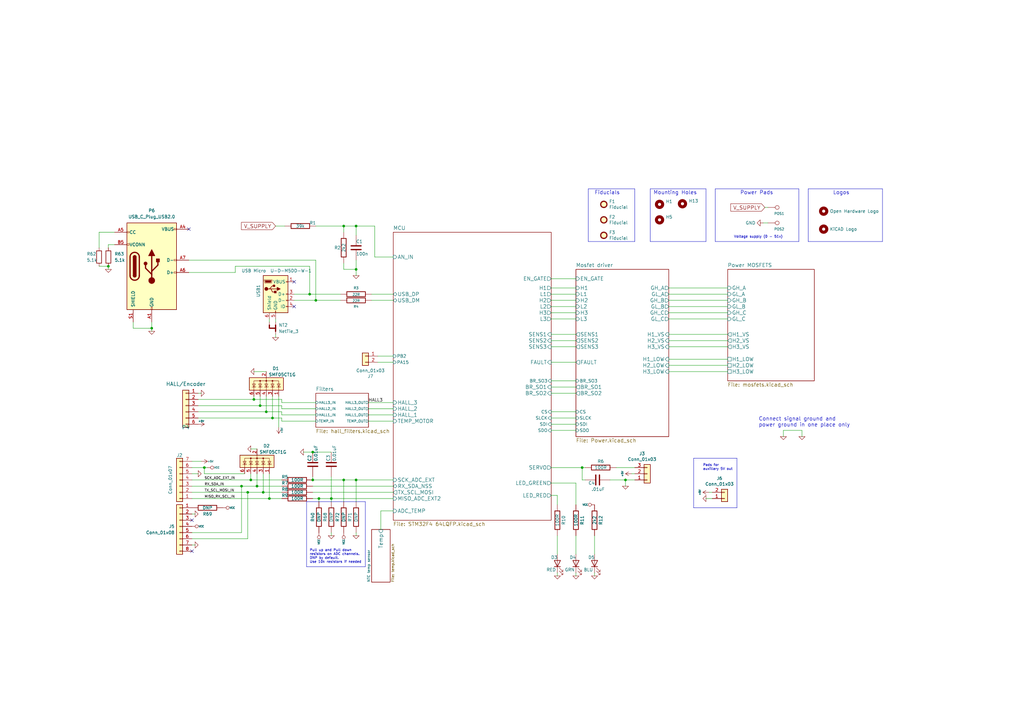
<source format=kicad_sch>
(kicad_sch (version 20230121) (generator eeschema)
  (paper "A3")
  (title_block (title "Cheap FOCer 2") (date "2020-04-08") (rev "0.9") (company "Shaman Systems") (comment 1 "Root") (comment 4 "Top level"))
  (lib_symbols
    (symbol "BLDC_4-rescue:+5V" (power) (pin_names (offset 0))
      (property "Value" "+5V" (at 0 3.556 0))
      (symbol "+5V_1_1"
        (pin power_in line (at 0 0 90) (length 0) hide (name "+5V") (number "1"))
      )
    )
    (symbol "BLDC_4-rescue:C-RESCUE-BLDC_4" (pin_numbers hide) (pin_names (offset 0.254))
      (property "Reference" "C" (at 0 2.54 0))
      (property "Value" "C-RESCUE-BLDC_4" (at 0.1524 -2.159 0))
      (symbol "C-RESCUE-BLDC_4_1_1"
        (pin passive line (at 0 5.08 270) (length 4.318) (name "~") (number "1"))
        (pin passive line (at 0 -5.08 90) (length 4.318) (name "~") (number "2"))
      )
    )
    (symbol "BLDC_4-rescue:CONN_1" (pin_numbers hide) (pin_names (offset 0.762) hide)
      (property "Reference" "P" (at 2.032 0 0))
      (symbol "CONN_1_1_1"
        (pin passive line (at -3.81 0 0) (length 2.54) (name "1") (number "1"))
      )
    )
    (symbol "BLDC_4-rescue:GND-RESCUE-BLDC_4" (power) (pin_names (offset 0))
      (symbol "GND-RESCUE-BLDC_4_1_1"
        (pin power_in line (at 0 0 90) (length 0) hide (name "GND") (number "1"))
      )
    )
    (symbol "BLDC_4-rescue:R-RESCUE-BLDC_4" (pin_numbers hide) (pin_names (offset 0))
      (property "Reference" "R" (at 2.032 0 90))
      (property "Value" "R-RESCUE-BLDC_4" (at 0.1778 0.0254 90))
      (symbol "R-RESCUE-BLDC_4_1_1"
        (pin passive line (at 0 6.35 270) (length 2.54) (name "~") (number "1"))
        (pin passive line (at 0 -6.35 90) (length 2.54) (name "~") (number "2"))
      )
    )
    (symbol "BLDC_4-rescue:VCC" (power) (pin_names (offset 0))
      (property "Value" "VCC" (at 0 3.81 0))
      (symbol "VCC_1_1"
        (pin power_in line (at 0 0 90) (length 0) hide (name "VCC") (number "1"))
      )
    )
    (symbol "Cheap FOCer 2 60mm-rescue:USB_B_Micro-Connector" (pin_names (offset 1.016))
      (property "Reference" "J" (at -5.08 11.43 0))
      (property "Value" "Connector_USB_B_Micro" (at -5.08 8.89 0))
      (symbol "USB_B_Micro-Connector_1_1"
        (pin power_out line (at 7.62 5.08 180) (length 2.54) (name "VBUS") (number "1"))
        (pin passive line (at 7.62 -2.54 180) (length 2.54) (name "D-") (number "2"))
        (pin passive line (at 7.62 0 180) (length 2.54) (name "D+") (number "3"))
        (pin passive line (at 7.62 -5.08 180) (length 2.54) (name "ID") (number "4"))
        (pin power_out line (at 0 -10.16 90) (length 2.54) (name "GND") (number "5"))
        (pin passive line (at -2.54 -10.16 90) (length 2.54) (name "Shield") (number "6"))
      )
    )
    (symbol "Cheap FOCer 2 60mm-rescue:USB_C_Plug_USB2.0" (pin_names (offset 1.016))
      (property "Reference" "P6" (at 0 22.86 0))
      (property "Value" "USB_C_Plug_USB2.0" (at 0 20.32 0))
      (symbol "USB_C_Plug_USB2.0_1_1"
        (pin passive line (at 0 -22.86 90) (length 5.08) (name "GND") (number "A1"))
        (pin passive line (at 0 -22.86 90) (length 5.08) hide (name "GND") (number "A12"))
        (pin passive line (at 15.24 15.24 180) (length 5.08) (name "VBUS") (number "A4"))
        (pin bidirectional line (at -15.24 13.97 0) (length 5.08) (name "CC") (number "A5"))
        (pin bidirectional line (at 15.24 -2.54 180) (length 5.08) (name "D+") (number "A6"))
        (pin bidirectional line (at 15.24 2.54 180) (length 5.08) (name "D-") (number "A7"))
        (pin passive line (at 15.24 15.24 180) (length 5.08) hide (name "VBUS") (number "A9"))
        (pin passive line (at 0 -22.86 90) (length 5.08) hide (name "GND") (number "B1"))
        (pin passive line (at 0 -22.86 90) (length 5.08) hide (name "GND") (number "B12"))
        (pin passive line (at 15.24 15.24 180) (length 5.08) hide (name "VBUS") (number "B4"))
        (pin bidirectional line (at -15.24 8.89 0) (length 5.08) (name "VCONN") (number "B5"))
        (pin passive line (at 15.24 15.24 180) (length 5.08) hide (name "VBUS") (number "B9"))
        (pin passive line (at -7.62 -22.86 90) (length 5.08) (name "SHIELD") (number "S1"))
      )
    )
    (symbol "Connector_Generic:Conn_01x02" (pin_names (offset 1.016) hide)
      (property "Reference" "J" (at 0 2.54 0))
      (property "Value" "Conn_01x02" (at 0 -5.08 0))
      (symbol "Conn_01x02_1_1"
        (pin passive line (at -5.08 0 0) (length 3.81) (name "Pin_1") (number "1"))
        (pin passive line (at -5.08 -2.54 0) (length 3.81) (name "Pin_2") (number "2"))
      )
    )
    (symbol "Connector_Generic:Conn_01x03" (pin_names (offset 1.016) hide)
      (property "Reference" "J" (at 0 5.08 0))
      (property "Value" "Conn_01x03" (at 0 -5.08 0))
      (symbol "Conn_01x03_1_1"
        (pin passive line (at -5.08 2.54 0) (length 3.81) (name "Pin_1") (number "1"))
        (pin passive line (at -5.08 0 0) (length 3.81) (name "Pin_2") (number "2"))
        (pin passive line (at -5.08 -2.54 0) (length 3.81) (name "Pin_3") (number "3"))
      )
    )
    (symbol "Connector_Generic:Conn_01x06" (pin_names (offset 1.016) hide)
      (property "Reference" "J" (at 0 7.62 0))
      (property "Value" "Conn_01x06" (at 0 -10.16 0))
      (symbol "Conn_01x06_1_1"
        (pin passive line (at -5.08 5.08 0) (length 3.81) (name "Pin_1") (number "1"))
        (pin passive line (at -5.08 2.54 0) (length 3.81) (name "Pin_2") (number "2"))
        (pin passive line (at -5.08 0 0) (length 3.81) (name "Pin_3") (number "3"))
        (pin passive line (at -5.08 -2.54 0) (length 3.81) (name "Pin_4") (number "4"))
        (pin passive line (at -5.08 -5.08 0) (length 3.81) (name "Pin_5") (number "5"))
        (pin passive line (at -5.08 -7.62 0) (length 3.81) (name "Pin_6") (number "6"))
      )
    )
    (symbol "Connector_Generic:Conn_01x07" (pin_names (offset 1.016) hide)
      (property "Reference" "J" (at 0 10.16 0))
      (property "Value" "Conn_01x07" (at 0 -10.16 0))
      (symbol "Conn_01x07_1_1"
        (pin passive line (at -5.08 7.62 0) (length 3.81) (name "Pin_1") (number "1"))
        (pin passive line (at -5.08 5.08 0) (length 3.81) (name "Pin_2") (number "2"))
        (pin passive line (at -5.08 2.54 0) (length 3.81) (name "Pin_3") (number "3"))
        (pin passive line (at -5.08 0 0) (length 3.81) (name "Pin_4") (number "4"))
        (pin passive line (at -5.08 -2.54 0) (length 3.81) (name "Pin_5") (number "5"))
        (pin passive line (at -5.08 -5.08 0) (length 3.81) (name "Pin_6") (number "6"))
        (pin passive line (at -5.08 -7.62 0) (length 3.81) (name "Pin_7") (number "7"))
      )
    )
    (symbol "Connector_Generic:Conn_01x08" (pin_names (offset 1.016) hide)
      (property "Reference" "J" (at 0 10.16 0))
      (property "Value" "Conn_01x08" (at 0 -12.7 0))
      (symbol "Conn_01x08_1_1"
        (pin passive line (at -5.08 7.62 0) (length 3.81) (name "Pin_1") (number "1"))
        (pin passive line (at -5.08 5.08 0) (length 3.81) (name "Pin_2") (number "2"))
        (pin passive line (at -5.08 2.54 0) (length 3.81) (name "Pin_3") (number "3"))
        (pin passive line (at -5.08 0 0) (length 3.81) (name "Pin_4") (number "4"))
        (pin passive line (at -5.08 -2.54 0) (length 3.81) (name "Pin_5") (number "5"))
        (pin passive line (at -5.08 -5.08 0) (length 3.81) (name "Pin_6") (number "6"))
        (pin passive line (at -5.08 -7.62 0) (length 3.81) (name "Pin_7") (number "7"))
        (pin passive line (at -5.08 -10.16 0) (length 3.81) (name "Pin_8") (number "8"))
      )
    )
    (symbol "Device:LED" (pin_numbers hide) (pin_names (offset 1.016) hide)
      (property "Reference" "D" (at 0 2.54 0))
      (property "Value" "LED" (at 0 -2.54 0))
      (symbol "LED_1_1"
        (pin passive line (at -3.81 0 0) (length 2.54) (name "K") (number "1"))
        (pin passive line (at 3.81 0 180) (length 2.54) (name "A") (number "2"))
      )
    )
    (symbol "Device:NetTie_3" (pin_numbers hide) (pin_names (offset 0) hide) (in_bom no)
      (property "Reference" "NT" (at 0 1.27 0))
      (property "Value" "NetTie_3" (at 0 -3.81 0))
      (symbol "NetTie_3_1_1"
        (pin passive line (at -2.54 0 0) (length 2.54) (name "1") (number "1"))
        (pin passive line (at 2.54 0 180) (length 2.54) (name "2") (number "2"))
        (pin passive line (at -2.54 -2.54 0) (length 2.54) (name "3") (number "3"))
      )
    )
    (symbol "Device:R" (pin_numbers hide) (pin_names (offset 0))
      (property "Reference" "R" (at 2.032 0 90))
      (property "Value" "R" (at 0 0 90))
      (symbol "R_1_1"
        (pin passive line (at 0 3.81 270) (length 1.27) (name "~") (number "1"))
        (pin passive line (at 0 -3.81 90) (length 1.27) (name "~") (number "2"))
      )
    )
    (symbol "Mechanical:Fiducial"
      (property "Reference" "FID" (at 0 5.08 0))
      (property "Value" "Fiducial" (at 0 3.175 0))
    )
    (symbol "Mechanical:MountingHole" (pin_names (offset 1.016))
      (property "Reference" "H" (at 0 5.08 0))
      (property "Value" "MountingHole" (at 0 3.175 0))
    )
    (symbol "Power_Protection:SP0505BAHT" (pin_names hide)
      (property "Reference" "D" (at 7.62 2.54 0))
      (property "Value" "SP0505BAHT" (at 7.62 0.635 0))
      (symbol "SP0505BAHT_0_0"
        (pin passive line (at 0 -5.08 90) (length 2.54) (name "A") (number "2"))
      )
      (symbol "SP0505BAHT_1_1"
        (pin passive line (at -5.08 5.08 270) (length 2.54) (name "K") (number "1"))
        (pin passive line (at -2.54 5.08 270) (length 2.54) (name "K") (number "3"))
        (pin passive line (at 0 5.08 270) (length 2.54) (name "K") (number "4"))
        (pin passive line (at 2.54 5.08 270) (length 2.54) (name "K") (number "5"))
        (pin passive line (at 5.08 5.08 270) (length 2.54) (name "K") (number "6"))
      )
    )
    (symbol "power:GND" (power) (pin_names (offset 0))
      (property "Value" "GND" (at 0 -3.81 0))
      (symbol "GND_1_1"
        (pin power_in line (at 0 0 270) (length 0) hide (name "GND") (number "1"))
      )
    )
  )
  (junction (at 109.22 168.91))
  (junction (at 128.27 196.85))
  (junction (at 129.54 123.19))
  (junction (at 135.89 204.47))
  (junction (at 146.05 196.85))
  (junction (at 146.05 92.71))
  (junction (at 140.97 196.85))
  (junction (at 256.54 196.85))
  (junction (at 107.95 201.93))
  (junction (at 130.81 204.47))
  (junction (at 111.76 171.45))
  (junction (at 127 120.65))
  (junction (at 102.87 196.85))
  (junction (at 110.49 204.47))
  (junction (at 128.27 185.42))
  (junction (at 140.97 92.71))
  (junction (at 106.68 166.37))
  (junction (at 101.6 201.93))
  (junction (at 238.76 191.77))
  (junction (at 105.41 199.39))
  (junction (at 44.45 109.22))
  (junction (at 83.82 191.77))
  (junction (at 62.23 134.62))
  (junction (at 104.14 163.83))
  (junction (at 146.05 110.49))
  (junction (at 99.06 199.39))
  (no_connect (at 78.74 226.06))
  (no_connect (at 78.74 213.36))
  (no_connect (at 120.65 125.73))
  (no_connect (at 77.47 93.98))
  (no_connect (at 120.65 115.57))
  (wire (pts (xy 151.13 165.1) (xy 161.29 165.1)))
  (wire (pts (xy 226.06 158.75) (xy 236.22 158.75)))
  (wire (pts (xy 256.54 196.85) (xy 256.54 199.39)))
  (wire (pts (xy 78.74 210.82) (xy 80.01 210.82)))
  (wire (pts (xy 226.06 130.81) (xy 236.22 130.81)))
  (wire (pts (xy 238.76 196.85) (xy 240.03 196.85)))
  (wire (pts (xy 256.54 196.85) (xy 260.35 196.85)))
  (wire (pts (xy 140.97 196.85) (xy 146.05 196.85)))
  (wire (pts (xy 130.81 204.47) (xy 135.89 204.47)))
  (wire (pts (xy 236.22 236.22) (xy 236.22 234.95)))
  (wire (pts (xy 128.27 201.93) (xy 161.29 201.93)))
  (wire (pts (xy 321.31 176.53) (xy 321.31 179.07)))
  (wire (pts (xy 274.32 137.16) (xy 298.45 137.16)))
  (wire (pts (xy 153.67 105.41) (xy 161.29 105.41)))
  (wire (pts (xy 135.89 204.47) (xy 161.29 204.47)))
  (wire (pts (xy 54.61 132.08) (xy 54.61 134.62)))
  (wire (pts (xy 152.4 123.19) (xy 161.29 123.19)))
  (wire (pts (xy 236.22 123.19) (xy 226.06 123.19)))
  (polyline (pts (xy 266.7 99.06) (xy 289.56 99.06)))
  (wire (pts (xy 78.74 218.44) (xy 99.06 218.44)))
  (wire (pts (xy 226.06 191.77) (xy 238.76 191.77)))
  (polyline (pts (xy 293.37 77.47) (xy 327.66 77.47)))
  (wire (pts (xy 290.83 201.93) (xy 292.1 201.93)))
  (wire (pts (xy 44.45 100.33) (xy 44.45 101.6)))
  (wire (pts (xy 228.6 219.71) (xy 228.6 227.33)))
  (polyline (pts (xy 241.3 77.47) (xy 260.35 77.47)))
  (polyline (pts (xy 125.73 205.74) (xy 149.86 205.74)))
  (wire (pts (xy 115.57 172.72) (xy 115.57 171.45)))
  (wire (pts (xy 54.61 134.62) (xy 62.23 134.62)))
  (wire (pts (xy 129.54 92.71) (xy 140.97 92.71)))
  (wire (pts (xy 78.74 220.98) (xy 101.6 220.98)))
  (wire (pts (xy 115.57 163.83) (xy 115.57 165.1)))
  (wire (pts (xy 236.22 171.45) (xy 226.06 171.45)))
  (wire (pts (xy 114.3 162.56) (xy 114.3 175.26)))
  (wire (pts (xy 128.27 204.47) (xy 130.81 204.47)))
  (polyline (pts (xy 284.48 208.28) (xy 284.48 187.96)))
  (wire (pts (xy 154.94 146.05) (xy 161.29 146.05)))
  (wire (pts (xy 128.27 185.42) (xy 124.46 185.42)))
  (wire (pts (xy 78.74 204.47) (xy 110.49 204.47)))
  (wire (pts (xy 226.06 176.53) (xy 236.22 176.53)))
  (wire (pts (xy 102.87 196.85) (xy 115.57 196.85)))
  (wire (pts (xy 40.64 95.25) (xy 46.99 95.25)))
  (wire (pts (xy 127 120.65) (xy 139.7 120.65)))
  (wire (pts (xy 128.27 196.85) (xy 140.97 196.85)))
  (wire (pts (xy 110.49 130.81) (xy 110.49 132.08)))
  (wire (pts (xy 298.45 139.7) (xy 274.32 139.7)))
  (wire (pts (xy 115.57 165.1) (xy 129.54 165.1)))
  (wire (pts (xy 226.06 156.21) (xy 236.22 156.21)))
  (wire (pts (xy 77.47 106.68) (xy 129.54 106.68)))
  (polyline (pts (xy 327.66 77.47) (xy 327.66 99.06)))
  (wire (pts (xy 135.89 195.58) (xy 135.89 204.47)))
  (wire (pts (xy 298.45 120.65) (xy 274.32 120.65)))
  (wire (pts (xy 298.45 125.73) (xy 274.32 125.73)))
  (wire (pts (xy 109.22 168.91) (xy 115.57 168.91)))
  (wire (pts (xy 135.89 218.44) (xy 135.89 219.71)))
  (wire (pts (xy 226.06 120.65) (xy 236.22 120.65)))
  (wire (pts (xy 104.14 162.56) (xy 104.14 163.83)))
  (wire (pts (xy 226.06 203.2) (xy 228.6 203.2)))
  (wire (pts (xy 78.74 223.52) (xy 80.01 223.52)))
  (wire (pts (xy 146.05 218.44) (xy 146.05 219.71)))
  (wire (pts (xy 106.68 162.56) (xy 106.68 166.37)))
  (wire (pts (xy 228.6 203.2) (xy 228.6 207.01)))
  (wire (pts (xy 99.06 199.39) (xy 105.41 199.39)))
  (wire (pts (xy 40.64 109.22) (xy 44.45 109.22)))
  (wire (pts (xy 78.74 196.85) (xy 102.87 196.85)))
  (wire (pts (xy 226.06 114.3) (xy 236.22 114.3)))
  (wire (pts (xy 115.57 167.64) (xy 115.57 166.37)))
  (polyline (pts (xy 149.86 232.41) (xy 149.86 205.74)))
  (polyline (pts (xy 125.73 205.74) (xy 125.73 232.41)))
  (wire (pts (xy 96.52 109.22) (xy 127 109.22)))
  (wire (pts (xy 146.05 92.71) (xy 153.67 92.71)))
  (wire (pts (xy 236.22 118.11) (xy 226.06 118.11)))
  (wire (pts (xy 104.14 163.83) (xy 115.57 163.83)))
  (wire (pts (xy 116.84 92.71) (xy 113.03 92.71)))
  (wire (pts (xy 236.22 137.16) (xy 226.06 137.16)))
  (polyline (pts (xy 327.66 99.06) (xy 293.37 99.06)))
  (wire (pts (xy 82.55 189.23) (xy 78.74 189.23)))
  (wire (pts (xy 107.95 194.31) (xy 107.95 201.93)))
  (wire (pts (xy 129.54 123.19) (xy 139.7 123.19)))
  (polyline (pts (xy 266.7 77.47) (xy 289.56 77.47)))
  (wire (pts (xy 85.09 191.77) (xy 83.82 191.77)))
  (wire (pts (xy 274.32 142.24) (xy 298.45 142.24)))
  (wire (pts (xy 83.82 194.31) (xy 83.82 191.77)))
  (wire (pts (xy 109.22 152.4) (xy 104.14 152.4)))
  (wire (pts (xy 140.97 92.71) (xy 140.97 95.25)))
  (wire (pts (xy 321.31 176.53) (xy 328.93 176.53)))
  (wire (pts (xy 236.22 161.29) (xy 226.06 161.29)))
  (wire (pts (xy 77.47 111.76) (xy 96.52 111.76)))
  (wire (pts (xy 105.41 199.39) (xy 115.57 199.39)))
  (wire (pts (xy 236.22 142.24) (xy 226.06 142.24)))
  (wire (pts (xy 226.06 125.73) (xy 236.22 125.73)))
  (polyline (pts (xy 302.26 208.28) (xy 284.48 208.28)))
  (wire (pts (xy 238.76 191.77) (xy 240.03 191.77)))
  (wire (pts (xy 115.57 167.64) (xy 129.54 167.64)))
  (wire (pts (xy 252.73 191.77) (xy 260.35 191.77)))
  (wire (pts (xy 128.27 199.39) (xy 161.29 199.39)))
  (wire (pts (xy 156.21 217.17) (xy 156.21 209.55)))
  (wire (pts (xy 313.69 85.09) (xy 314.96 85.09)))
  (wire (pts (xy 259.08 194.31) (xy 260.35 194.31)))
  (polyline (pts (xy 260.35 99.06) (xy 260.35 77.47)))
  (wire (pts (xy 226.06 168.91) (xy 236.22 168.91)))
  (wire (pts (xy 154.94 148.59) (xy 161.29 148.59)))
  (wire (pts (xy 111.76 162.56) (xy 111.76 171.45)))
  (wire (pts (xy 313.055 91.44) (xy 314.96 91.44)))
  (wire (pts (xy 146.05 196.85) (xy 161.29 196.85)))
  (wire (pts (xy 226.06 139.7) (xy 236.22 139.7)))
  (wire (pts (xy 140.97 110.49) (xy 140.97 107.95)))
  (wire (pts (xy 62.23 132.08) (xy 62.23 134.62)))
  (wire (pts (xy 274.32 149.86) (xy 298.45 149.86)))
  (wire (pts (xy 78.74 199.39) (xy 99.06 199.39)))
  (wire (pts (xy 226.06 148.59) (xy 236.22 148.59)))
  (wire (pts (xy 128.27 196.85) (xy 128.27 195.58)))
  (wire (pts (xy 102.87 184.15) (xy 105.41 184.15)))
  (polyline (pts (xy 302.26 187.96) (xy 302.26 208.28)))
  (wire (pts (xy 274.32 152.4) (xy 298.45 152.4)))
  (wire (pts (xy 113.03 130.81) (xy 113.03 132.08)))
  (wire (pts (xy 129.54 106.68) (xy 129.54 123.19)))
  (polyline (pts (xy 293.37 99.06) (xy 293.37 77.47)))
  (wire (pts (xy 96.52 111.76) (xy 96.52 109.22)))
  (polyline (pts (xy 241.3 99.06) (xy 260.35 99.06)))
  (wire (pts (xy 250.19 196.85) (xy 256.54 196.85)))
  (wire (pts (xy 110.49 194.31) (xy 110.49 204.47)))
  (wire (pts (xy 62.23 134.62) (xy 62.23 135.89)))
  (wire (pts (xy 110.49 204.47) (xy 115.57 204.47)))
  (wire (pts (xy 228.6 234.95) (xy 228.6 236.22)))
  (wire (pts (xy 236.22 198.12) (xy 226.06 198.12)))
  (wire (pts (xy 243.84 234.95) (xy 243.84 236.22)))
  (wire (pts (xy 274.32 128.27) (xy 298.45 128.27)))
  (wire (pts (xy 107.95 201.93) (xy 115.57 201.93)))
  (wire (pts (xy 100.33 194.31) (xy 83.82 194.31)))
  (wire (pts (xy 99.06 218.44) (xy 99.06 199.39)))
  (wire (pts (xy 83.82 191.77) (xy 78.74 191.77)))
  (wire (pts (xy 81.28 166.37) (xy 106.68 166.37)))
  (wire (pts (xy 146.05 92.71) (xy 146.05 96.52)))
  (wire (pts (xy 115.57 168.91) (xy 115.57 170.18)))
  (polyline (pts (xy 331.47 77.47) (xy 331.47 99.06)))
  (wire (pts (xy 236.22 198.12) (xy 236.22 207.01)))
  (wire (pts (xy 120.65 120.65) (xy 127 120.65)))
  (wire (pts (xy 128.27 185.42) (xy 135.89 185.42)))
  (wire (pts (xy 151.13 170.18) (xy 161.29 170.18)))
  (wire (pts (xy 111.76 171.45) (xy 81.28 171.45)))
  (wire (pts (xy 101.6 220.98) (xy 101.6 201.93)))
  (wire (pts (xy 274.32 147.32) (xy 298.45 147.32)))
  (polyline (pts (xy 241.3 99.06) (xy 241.3 77.47)))
  (wire (pts (xy 146.05 106.68) (xy 146.05 110.49)))
  (wire (pts (xy 238.76 191.77) (xy 238.76 196.85)))
  (wire (pts (xy 161.29 172.72) (xy 151.13 172.72)))
  (wire (pts (xy 115.57 166.37) (xy 106.68 166.37)))
  (polyline (pts (xy 266.7 99.06) (xy 266.7 77.47)))
  (wire (pts (xy 274.32 118.11) (xy 298.45 118.11)))
  (wire (pts (xy 115.57 170.18) (xy 129.54 170.18)))
  (wire (pts (xy 81.28 161.29) (xy 82.55 161.29)))
  (wire (pts (xy 226.06 173.99) (xy 236.22 173.99)))
  (wire (pts (xy 40.64 95.25) (xy 40.64 101.6)))
  (wire (pts (xy 236.22 219.71) (xy 236.22 227.33)))
  (wire (pts (xy 328.93 176.53) (xy 328.93 179.07)))
  (wire (pts (xy 78.74 201.93) (xy 101.6 201.93)))
  (wire (pts (xy 146.05 110.49) (xy 146.05 113.03)))
  (wire (pts (xy 78.74 194.31) (xy 81.28 194.31)))
  (wire (pts (xy 140.97 205.74) (xy 140.97 196.85)))
  (wire (pts (xy 101.6 201.93) (xy 107.95 201.93)))
  (wire (pts (xy 292.1 204.47) (xy 289.56 204.47)))
  (wire (pts (xy 115.57 171.45) (xy 111.76 171.45)))
  (polyline (pts (xy 125.73 232.41) (xy 149.86 232.41)))
  (wire (pts (xy 46.99 100.33) (xy 44.45 100.33)))
  (wire (pts (xy 152.4 120.65) (xy 161.29 120.65)))
  (wire (pts (xy 146.05 205.74) (xy 146.05 196.85)))
  (wire (pts (xy 102.87 194.31) (xy 102.87 196.85)))
  (wire (pts (xy 274.32 123.19) (xy 298.45 123.19)))
  (wire (pts (xy 156.21 209.55) (xy 161.29 209.55)))
  (wire (pts (xy 115.57 172.72) (xy 129.54 172.72)))
  (polyline (pts (xy 284.48 187.96) (xy 302.26 187.96)))
  (wire (pts (xy 153.67 92.71) (xy 153.67 105.41)))
  (polyline (pts (xy 361.95 99.06) (xy 331.47 99.06)))
  (wire (pts (xy 151.13 167.64) (xy 161.29 167.64)))
  (wire (pts (xy 130.81 205.74) (xy 130.81 204.47)))
  (wire (pts (xy 127 109.22) (xy 127 120.65)))
  (wire (pts (xy 135.89 205.74) (xy 135.89 204.47)))
  (wire (pts (xy 81.28 163.83) (xy 104.14 163.83)))
  (wire (pts (xy 236.22 128.27) (xy 226.06 128.27)))
  (wire (pts (xy 140.97 110.49) (xy 146.05 110.49)))
  (wire (pts (xy 81.28 168.91) (xy 109.22 168.91)))
  (polyline (pts (xy 361.95 77.47) (xy 361.95 99.06)))
  (wire (pts (xy 243.84 219.71) (xy 243.84 227.33)))
  (wire (pts (xy 298.45 130.81) (xy 274.32 130.81)))
  (wire (pts (xy 105.41 194.31) (xy 105.41 199.39)))
  (wire (pts (xy 120.65 123.19) (xy 129.54 123.19)))
  (wire (pts (xy 109.22 162.56) (xy 109.22 168.91)))
  (polyline (pts (xy 289.56 99.06) (xy 289.56 77.47)))
  (polyline (pts (xy 331.47 77.47) (xy 361.95 77.47)))
  (wire (pts (xy 140.97 92.71) (xy 146.05 92.71)))
  (wire (pts (xy 113.03 137.16) (xy 113.03 138.43)))
  (wire (pts (xy 44.45 109.22) (xy 44.45 110.49)))
  (text "Power Pads" (at 303.53 80.01 0) (effects (font (size 1.524 1.524)) (justify left bottom)))
  (text "Fiducials" (at 243.84 80.01 0) (effects (font (size 1.524 1.524)) (justify left bottom)))
  (text "Logos" (at 341.63 80.01 0) (effects (font (size 1.524 1.524)) (justify left bottom)))
  (text "Mounting Holes" (at 267.97 80.01 0) (effects (font (size 1.524 1.524)) (justify left bottom)))
  (text "Connect signal ground and\npower ground in one place only" (at 311.15 175.26 0) (effects (font (size 1.524 1.524)) (justify left bottom)))
  (text "Voltage supply (0 - 51v)" (at 300.99 97.79 0) (effects (font (size 1.016 1.016)) (justify left bottom)))
  (text "Pads for \nauxillary 5V out" (at 288.29 193.04 0) (effects (font (size 0.9906 0.9906)) (justify left bottom)))
  (text "Pull up and Pull down \nresistors on ADC channels. \nDNP by default.\nUse 10k resistors if needed" (at 127 231.14 0) (effects (font (size 0.9906 0.9906)) (justify left bottom)))
  (label "RX_SDA_IN" (at 83.82 199.39 0) (effects (font (size 1.016 1.016))))
  (label "TX_SCL_MOSI_IN" (at 83.82 201.93 0) (effects (font (size 1.016 1.016))))
  (label "HALL3" (at 151.13 165.1 0))
  (label "MISO_RX_SCL_IN" (at 83.82 204.47 0) (effects (font (size 1.016 1.016))))
  (label "SCK_ADC_EXT_IN" (at 83.82 196.85 0) (effects (font (size 1.016 1.016))))
  (global_label "V_SUPPLY" (shape input) (at 113.03 92.71 180) (effects (font (size 1.524 1.524))) (property "Intersheetrefs" "${INTERSHEET_REFS}" (effects hide)))
  (global_label "V_SUPPLY" (shape input) (at 313.69 85.09 180) (effects (font (size 1.524 1.524))) (property "Intersheetrefs" "${INTERSHEET_REFS}" (effects hide)))
  (symbol (lib_id "Connector_Generic:Conn_01x06") (at 76.2 166.37 0) (mirror y) (unit 1)
    (property "Reference" "P4" (at 76.2 175.26 0) (effects (font (size 1.524 1.524))))
    (property "Value" "HALL/Encoder" (at 76.2 157.48 0) (effects (font (size 1.524 1.524))))
    (property "Footprint" "Connector_JST:JST_PH_B6B-PH-K_1x06_P2.00mm_Vertical" (effects hide))
  )
  (symbol (lib_id "BLDC_4-rescue:+5V") (at 81.28 173.99 270) (unit 1)
    (property "Reference" "#PWR06" (effects hide))
    (property "Value" "+5V" (at 82.55 172.72 90) (effects (font (size 0.762 0.762))))
  )
  (symbol (lib_id "BLDC_4-rescue:GND-RESCUE-BLDC_4") (at 82.55 161.29 90) (unit 1)
    (property "Reference" "#PWR05" (effects hide))
    (property "Value" "GND" (effects hide))
  )
  (symbol (lib_id "BLDC_4-rescue:C-RESCUE-BLDC_4") (at 245.11 196.85 270) (unit 1)
    (property "Reference" "C4" (at 241.3 198.12 90) (effects (justify left)))
    (property "Value" ".01uF" (at 242.57 200.66 90) (effects (justify left)))
    (property "Footprint" "Capacitor_SMD:C_0603_1608Metric" (effects hide))
  )
  (symbol (lib_id "BLDC_4-rescue:R-RESCUE-BLDC_4") (at 246.38 191.77 90) (unit 1)
    (property "Reference" "R6" (at 246.38 189.23 90))
    (property "Value" "100R" (at 246.38 191.77 90))
    (property "Footprint" "Resistor_SMD:R_0603_1608Metric" (effects hide))
  )
  (symbol (lib_id "BLDC_4-rescue:C-RESCUE-BLDC_4") (at 146.05 101.6 0) (mirror x) (unit 1)
    (property "Reference" "C1" (at 146.05 99.06 0) (effects (justify left)))
    (property "Value" "100n" (at 146.05 104.14 0) (effects (justify left)))
    (property "Footprint" "Capacitor_SMD:C_0603_1608Metric" (effects hide))
  )
  (symbol (lib_id "BLDC_4-rescue:GND-RESCUE-BLDC_4") (at 256.54 199.39 0) (unit 1)
    (property "Reference" "#PWR016" (effects hide))
    (property "Value" "GND" (effects hide))
  )
  (symbol (lib_id "BLDC_4-rescue:GND-RESCUE-BLDC_4") (at 146.05 113.03 0) (mirror y) (unit 1)
    (property "Reference" "#PWR02" (effects hide))
    (property "Value" "GND" (effects hide))
  )
  (symbol (lib_id "BLDC_4-rescue:R-RESCUE-BLDC_4") (at 140.97 101.6 0) (mirror x) (unit 1)
    (property "Reference" "R2" (at 138.43 101.6 0))
    (property "Value" "2k2" (at 140.97 101.6 90))
    (property "Footprint" "Resistor_SMD:R_0603_1608Metric" (effects hide))
  )
  (symbol (lib_id "BLDC_4-rescue:R-RESCUE-BLDC_4") (at 123.19 92.71 90) (mirror x) (unit 1)
    (property "Reference" "R1" (at 128.27 91.44 90))
    (property "Value" "39k" (at 123.19 92.71 90))
    (property "Footprint" "Resistor_SMD:R_0603_1608Metric" (effects hide))
  )
  (symbol (lib_id "BLDC_4-rescue:GND-RESCUE-BLDC_4") (at 81.28 194.31 90) (mirror x) (unit 1)
    (property "Reference" "#PWR014" (effects hide))
    (property "Value" "GND" (effects hide))
  )
  (symbol (lib_id "Cheap FOCer 2 60mm-rescue:USB_B_Micro-Connector") (at 113.03 120.65 0) (unit 1)
    (property "Reference" "USB1" (at 106.68 121.92 90) (effects (justify left bottom)))
    (property "Value" "USB Micro  U-D-M5DD-W-1" (at 99.06 111.76 0) (effects (justify left bottom)))
    (property "Footprint" "Connector_USB:USB_Micro-B_Wuerth_614105150721_Vertical" (effects hide))
  )
  (symbol (lib_id "BLDC_4-rescue:+5V") (at 82.55 189.23 270) (unit 1)
    (property "Reference" "#PWR012" (effects hide))
    (property "Value" "+5V" (at 86.36 189.23 90) (effects (font (size 0.762 0.762))))
  )
  (symbol (lib_id "BLDC_4-rescue:VCC") (at 85.09 191.77 270) (unit 1)
    (property "Reference" "#PWR013" (effects hide))
    (property "Value" "VCC" (at 88.9 191.77 90) (effects (font (size 0.762 0.762))))
  )
  (symbol (lib_id "BLDC_4-rescue:+5V") (at 259.08 194.31 90) (mirror x) (unit 1)
    (property "Reference" "#PWR015" (effects hide))
    (property "Value" "+5V" (at 255.27 194.31 0) (effects (font (size 0.762 0.762))))
  )
  (symbol (lib_id "BLDC_4-rescue:GND-RESCUE-BLDC_4") (at 321.31 179.07 0) (unit 1)
    (property "Reference" "#PWR09" (effects hide))
    (property "Value" "GND" (effects hide))
  )
  (symbol (lib_id "BLDC_4-rescue:R-RESCUE-BLDC_4") (at 228.6 213.36 180) (unit 1)
    (property "Reference" "R10" (at 231.14 213.36 90))
    (property "Value" "100R" (at 228.6 213.36 90))
    (property "Footprint" "Resistor_SMD:R_0603_1608Metric" (effects hide))
  )
  (symbol (lib_id "Device:LED") (at 228.6 231.14 90) (unit 1)
    (property "Reference" "D3" (at 227.33 228.6 90))
    (property "Value" "RED" (at 226.06 233.68 90))
    (property "Footprint" "LED_SMD:LED_0603_1608Metric" (effects hide))
  )
  (symbol (lib_id "BLDC_4-rescue:GND-RESCUE-BLDC_4") (at 228.6 236.22 0) (unit 1)
    (property "Reference" "#PWR018" (effects hide))
    (property "Value" "GND" (effects hide))
  )
  (symbol (lib_id "BLDC_4-rescue:R-RESCUE-BLDC_4") (at 236.22 213.36 180) (unit 1)
    (property "Reference" "R11" (at 238.76 213.36 90))
    (property "Value" "100R" (at 236.22 213.36 90))
    (property "Footprint" "Resistor_SMD:R_0603_1608Metric" (effects hide))
  )
  (symbol (lib_id "Device:LED") (at 236.22 231.14 90) (unit 1)
    (property "Reference" "D4" (at 234.95 228.6 90))
    (property "Value" "GRN" (at 233.68 233.68 90))
    (property "Footprint" "LED_SMD:LED_0603_1608Metric" (effects hide))
  )
  (symbol (lib_id "BLDC_4-rescue:GND-RESCUE-BLDC_4") (at 236.22 236.22 0) (unit 1)
    (property "Reference" "#PWR019" (effects hide))
    (property "Value" "GND-RESCUE-BLDC_4" (effects hide))
    (property "Footprint" "LED_SMD:LED_0603_1608Metric" (effects hide))
  )
  (symbol (lib_id "Device:LED") (at 243.84 231.14 90) (unit 1)
    (property "Reference" "D5" (at 242.57 228.6 90))
    (property "Value" "BLU" (at 241.3 233.68 90))
    (property "Footprint" "LED_SMD:LED_0603_1608Metric" (effects hide))
  )
  (symbol (lib_id "BLDC_4-rescue:R-RESCUE-BLDC_4") (at 243.84 213.36 180) (unit 1)
    (property "Reference" "R12" (at 246.38 213.36 90))
    (property "Value" "2k2" (at 243.84 213.36 90))
    (property "Footprint" "Resistor_SMD:R_0603_1608Metric" (effects hide))
  )
  (symbol (lib_id "BLDC_4-rescue:GND-RESCUE-BLDC_4") (at 243.84 236.22 0) (unit 1)
    (property "Reference" "#PWR020" (effects hide))
    (property "Value" "GND" (effects hide))
  )
  (symbol (lib_id "BLDC_4-rescue:VCC") (at 243.84 207.01 90) (unit 1)
    (property "Reference" "#PWR017" (effects hide))
    (property "Value" "VCC" (at 240.03 207.01 90) (effects (font (size 0.762 0.762))))
  )
  (symbol (lib_id "BLDC_4-rescue:R-RESCUE-BLDC_4") (at 146.05 123.19 270) (unit 1)
    (property "Reference" "R4" (at 146.05 125.73 90) (effects (font (size 1.016 1.016))))
    (property "Value" "22R" (at 146.0754 123.3678 90) (effects (font (size 1.016 1.016))))
    (property "Footprint" "Resistor_SMD:R_0603_1608Metric" (effects hide))
  )
  (symbol (lib_id "BLDC_4-rescue:R-RESCUE-BLDC_4") (at 146.05 120.65 270) (unit 1)
    (property "Reference" "R3" (at 146.05 118.11 90) (effects (font (size 1.016 1.016))))
    (property "Value" "22R" (at 146.0754 120.8278 90) (effects (font (size 1.016 1.016))))
    (property "Footprint" "Resistor_SMD:R_0603_1608Metric" (effects hide))
  )
  (symbol (lib_id "BLDC_4-rescue:GND-RESCUE-BLDC_4") (at 328.93 179.07 0) (unit 1)
    (property "Reference" "#PWR010" (effects hide))
    (property "Value" "GND" (effects hide))
  )
  (symbol (lib_id "BLDC_4-rescue:CONN_1") (at 318.77 85.09 0) (unit 1)
    (property "Reference" "POS1" (at 317.5 87.63 0) (effects (font (size 1.016 1.016)) (justify left)))
    (property "Value" "POS" (effects hide))
    (property "Footprint" "Additions:MountingPad" (effects hide))
  )
  (symbol (lib_id "Power_Protection:SP0505BAHT") (at 105.41 189.23 180) (unit 1)
    (property "Reference" "D2" (at 107.95 182.88 0) (effects (justify right)))
    (property "Value" " SMF05CT1G" (at 105.41 185.42 0) (effects (justify right)))
    (property "Footprint" "Package_TO_SOT_SMD:SOT-363_SC-70-6" (effects hide))
    (property "Datasheet" "http://www.littelfuse.com/~/media/files/littelfuse/technical%20resources/documents/data%20sheets/sp05xxba.pdf" (effects hide))
  )
  (symbol (lib_id "BLDC_4-rescue:GND-RESCUE-BLDC_4") (at 102.87 184.15 270) (unit 1)
    (property "Reference" "#PWR08" (effects hide))
    (property "Value" "GND" (effects hide))
  )
  (symbol (lib_id "BLDC_4-rescue:R-RESCUE-BLDC_4") (at 121.92 196.85 270) (unit 1)
    (property "Reference" "R5" (at 116.84 195.58 90))
    (property "Value" "100R" (at 121.92 196.85 90))
    (property "Footprint" "Resistor_SMD:R_0603_1608Metric" (effects hide))
  )
  (symbol (lib_id "BLDC_4-rescue:R-RESCUE-BLDC_4") (at 121.92 199.39 270) (unit 1)
    (property "Reference" "R7" (at 116.84 198.12 90))
    (property "Value" "100R" (at 121.92 199.39 90))
    (property "Footprint" "Resistor_SMD:R_0603_1608Metric" (effects hide))
  )
  (symbol (lib_id "BLDC_4-rescue:R-RESCUE-BLDC_4") (at 121.92 201.93 270) (unit 1)
    (property "Reference" "R8" (at 116.84 200.66 90))
    (property "Value" "100R" (at 121.92 201.93 90))
    (property "Footprint" "Resistor_SMD:R_0603_1608Metric" (effects hide))
  )
  (symbol (lib_id "BLDC_4-rescue:R-RESCUE-BLDC_4") (at 121.92 204.47 270) (unit 1)
    (property "Reference" "R9" (at 116.84 203.2 90))
    (property "Value" "100R" (at 121.92 204.47 90))
    (property "Footprint" "Resistor_SMD:R_0603_1608Metric" (effects hide))
  )
  (symbol (lib_id "BLDC_4-rescue:C-RESCUE-BLDC_4") (at 128.27 190.5 0) (unit 1)
    (property "Reference" "C2" (at 127 189.23 90) (effects (justify left)))
    (property "Value" "0.01uF" (at 129.54 189.23 90) (effects (justify left)))
    (property "Footprint" "Capacitor_SMD:C_0603_1608Metric" (effects hide))
  )
  (symbol (lib_id "BLDC_4-rescue:C-RESCUE-BLDC_4") (at 135.89 190.5 0) (unit 1)
    (property "Reference" "C3" (at 134.62 189.23 90) (effects (justify left)))
    (property "Value" "0.01uF" (at 137.16 189.23 90) (effects (justify left)))
    (property "Footprint" "Capacitor_SMD:C_0603_1608Metric" (effects hide))
  )
  (symbol (lib_id "Power_Protection:SP0505BAHT") (at 109.22 157.48 180) (unit 1)
    (property "Reference" "D1" (at 111.76 151.13 0) (effects (justify right)))
    (property "Value" " SMF05CT1G" (at 109.22 153.67 0) (effects (justify right)))
    (property "Footprint" "Package_TO_SOT_SMD:SOT-363_SC-70-6" (effects hide))
    (property "Datasheet" "http://www.littelfuse.com/~/media/files/littelfuse/technical%20resources/documents/data%20sheets/sp05xxba.pdf" (effects hide))
  )
  (symbol (lib_id "BLDC_4-rescue:GND-RESCUE-BLDC_4") (at 104.14 152.4 270) (unit 1)
    (property "Reference" "#PWR04" (effects hide))
    (property "Value" "GND" (effects hide))
  )
  (symbol (lib_id "BLDC_4-rescue:GND-RESCUE-BLDC_4") (at 124.46 185.42 270) (unit 1)
    (property "Reference" "#PWR011" (effects hide))
    (property "Value" "GND" (effects hide))
  )
  (symbol (lib_id "BLDC_4-rescue:+5V") (at 114.3 175.26 180) (unit 1)
    (property "Reference" "#PWR07" (effects hide))
    (property "Value" "+5V" (at 115.57 176.53 90) (effects (font (size 0.762 0.762))))
  )
  (symbol (lib_id "Mechanical:Fiducial") (at 247.65 83.82 0) (unit 1)
    (property "Reference" "F1" (at 249.809 82.6516 0) (effects (justify left)))
    (property "Value" "Fiducial" (at 249.809 84.963 0) (effects (justify left)))
    (property "Footprint" "Fiducial:Fiducial_1mm_Dia_2mm_Outer" (effects hide))
  )
  (symbol (lib_id "Mechanical:Fiducial") (at 247.65 90.17 0) (unit 1)
    (property "Reference" "F2" (at 249.809 89.0016 0) (effects (justify left)))
    (property "Value" "Fiducial" (at 249.809 91.313 0) (effects (justify left)))
    (property "Footprint" "Fiducial:Fiducial_1mm_Dia_2mm_Outer" (effects hide))
  )
  (symbol (lib_id "Mechanical:Fiducial") (at 247.65 96.52 0) (unit 1)
    (property "Reference" "F3" (at 249.809 95.3516 0) (effects (justify left)))
    (property "Value" "Fiducial" (at 249.809 97.663 0) (effects (justify left)))
    (property "Footprint" "Fiducial:Fiducial_1mm_Dia_2mm_Outer" (effects hide))
  )
  (symbol (lib_id "Connector_Generic:Conn_01x03") (at 265.43 194.31 0) (mirror x) (unit 1)
    (property "Reference" "J3" (at 263.3472 186.055 0))
    (property "Value" "Conn_01x03" (at 263.3472 188.3664 0))
    (property "Footprint" "Connector_JST:JST_PH_B3B-PH-K_1x03_P2.00mm_Vertical" (effects hide))
  )
  (symbol (lib_id "Connector_Generic:Conn_01x07") (at 73.66 196.85 180) (unit 1)
    (property "Reference" "J2" (at 73.66 186.69 0))
    (property "Value" "Conn_01x07" (at 69.85 196.85 90))
    (property "Footprint" "Connector_JST:JST_PH_B7B-PH-K_1x07_P2.00mm_Vertical" (effects hide))
  )
  (symbol (lib_id "Mechanical:MountingHole") (at 270.51 83.82 0) (unit 1)
    (property "Reference" "H1" (at 273.05 82.6516 0) (effects (justify left)))
    (property "Value" "MountingHole" (effects hide))
    (property "Footprint" "MountingHole:MountingHole_3.2mm_M3_ISO14580" (effects hide))
  )
  (symbol (lib_id "Mechanical:MountingHole") (at 270.51 90.17 0) (unit 1)
    (property "Reference" "H5" (at 273.05 89.0016 0) (effects (justify left)))
    (property "Value" "MountingHole" (effects hide))
    (property "Footprint" "MountingHole:MountingHole_3.2mm_M3_ISO14580" (effects hide))
  )
  (symbol (lib_id "BLDC_4-rescue:GND-RESCUE-BLDC_4") (at 113.03 138.43 0) (unit 1)
    (property "Reference" "#PWR03" (effects hide))
    (property "Value" "GND" (effects hide))
  )
  (symbol (lib_id "Connector_Generic:Conn_01x02") (at 297.18 204.47 0) (mirror x) (unit 1)
    (property "Reference" "J6" (at 295.0972 196.215 0))
    (property "Value" "Conn_01x03" (at 295.0972 198.5264 0))
    (property "Footprint" "Connector_PinHeader_2.54mm:PinHeader_1x02_P2.54mm_Vertical" (effects hide))
  )
  (symbol (lib_id "BLDC_4-rescue:+5V") (at 290.83 201.93 90) (mirror x) (unit 1)
    (property "Reference" "#PWR087" (effects hide))
    (property "Value" "+5V" (at 287.02 201.93 0) (effects (font (size 0.762 0.762))))
  )
  (symbol (lib_id "BLDC_4-rescue:GND-RESCUE-BLDC_4") (at 289.56 204.47 270) (unit 1)
    (property "Reference" "#PWR086" (effects hide))
    (property "Value" "GND" (effects hide))
  )
  (symbol (lib_id "BLDC_4-rescue:R-RESCUE-BLDC_4") (at 140.97 212.09 180) (unit 1)
    (property "Reference" "R72" (at 138.43 212.09 90))
    (property "Value" "DNP" (at 140.97 212.09 90))
    (property "Footprint" "Resistor_SMD:R_0603_1608Metric" (effects hide))
  )
  (symbol (lib_id "BLDC_4-rescue:R-RESCUE-BLDC_4") (at 146.05 212.09 180) (unit 1)
    (property "Reference" "R71" (at 143.51 212.09 90))
    (property "Value" "DNP" (at 146.05 212.09 90))
    (property "Footprint" "Resistor_SMD:R_0603_1608Metric" (effects hide))
  )
  (symbol (lib_id "BLDC_4-rescue:VCC") (at 140.97 218.44 180) (unit 1)
    (property "Reference" "#PWR0103" (effects hide))
    (property "Value" "VCC" (at 140.97 222.25 90) (effects (font (size 0.762 0.762))))
  )
  (symbol (lib_id "BLDC_4-rescue:GND-RESCUE-BLDC_4") (at 146.05 219.71 0) (unit 1)
    (property "Reference" "#PWR0104" (effects hide))
    (property "Value" "GND" (effects hide))
  )
  (symbol (lib_id "BLDC_4-rescue:R-RESCUE-BLDC_4") (at 130.81 212.09 180) (unit 1)
    (property "Reference" "R40" (at 128.27 212.09 90))
    (property "Value" "DNP" (at 130.81 212.09 90))
    (property "Footprint" "Resistor_SMD:R_0603_1608Metric" (effects hide))
  )
  (symbol (lib_id "BLDC_4-rescue:R-RESCUE-BLDC_4") (at 135.89 212.09 180) (unit 1)
    (property "Reference" "R68" (at 133.35 212.09 90))
    (property "Value" "DNP" (at 135.89 212.09 90))
    (property "Footprint" "Resistor_SMD:R_0603_1608Metric" (effects hide))
  )
  (symbol (lib_id "BLDC_4-rescue:VCC") (at 130.81 218.44 180) (unit 1)
    (property "Reference" "#PWR0107" (effects hide))
    (property "Value" "VCC" (at 130.81 222.25 90) (effects (font (size 0.762 0.762))))
  )
  (symbol (lib_id "BLDC_4-rescue:GND-RESCUE-BLDC_4") (at 135.89 219.71 0) (unit 1)
    (property "Reference" "#PWR0112" (effects hide))
    (property "Value" "GND" (effects hide))
  )
  (symbol (lib_id "Mechanical:MountingHole") (at 279.908 83.566 0) (unit 1)
    (property "Reference" "H13" (at 282.448 82.3976 0) (effects (justify left)))
    (property "Value" "MountingHole" (effects hide))
    (property "Footprint" "MountingHole:MountingHole_3.2mm_M3_ISO14580" (effects hide))
  )
  (symbol (lib_id "Mechanical:MountingHole") (at 337.82 86.614 0) (unit 1)
    (property "Reference" "H4" (effects hide))
    (property "Value" "Open Hardware Logo" (at 340.36 86.614 0) (effects (justify left)))
    (property "Footprint" "Symbol:OSHW-Logo2_9.8x8mm_SilkScreen" (effects hide))
  )
  (symbol (lib_id "Mechanical:MountingHole") (at 337.82 93.98 0) (unit 1)
    (property "Reference" "H9" (effects hide))
    (property "Value" "KiCAD Logo" (at 340.36 93.98 0) (effects (justify left)))
    (property "Footprint" "Symbol:KiCad-Logo2_5mm_SilkScreen" (effects hide))
  )
  (symbol (lib_id "Connector_Generic:Conn_01x02") (at 149.86 146.05 0) (mirror y) (unit 1)
    (property "Reference" "J7" (at 151.9428 154.305 0))
    (property "Value" "Conn_01x03" (at 151.9428 151.9936 0))
    (property "Footprint" "Connector_PinHeader_2.54mm:PinHeader_1x02_P2.54mm_Vertical" (effects hide))
  )
  (symbol (lib_id "Device:NetTie_3") (at 113.03 134.62 270) (unit 1) (in_bom no)
    (property "Reference" "NT2" (at 114.3 133.35 90) (effects (justify left)))
    (property "Value" "NetTie_3" (at 114.3 135.89 90) (effects (justify left)))
    (property "Footprint" "NetTie:NetTie-3_SMD_Pad0.5mm" (effects hide))
  )
  (symbol (lib_id "power:GND") (at 313.055 91.44 270) (unit 1)
    (property "Reference" "#PWR01" (effects hide))
    (property "Value" "GND" (at 309.88 91.44 90) (effects (justify right)))
  )
  (symbol (lib_id "BLDC_4-rescue:VCC") (at 91.44 208.28 270) (unit 1)
    (property "Reference" "#PWR064" (effects hide))
    (property "Value" "VCC" (at 95.25 208.28 90) (effects (font (size 0.762 0.762))))
  )
  (symbol (lib_id "BLDC_4-rescue:GND-RESCUE-BLDC_4") (at 80.01 210.82 90) (mirror x) (unit 1)
    (property "Reference" "#PWR065" (effects hide))
    (property "Value" "GND" (effects hide))
  )
  (symbol (lib_id "BLDC_4-rescue:R-RESCUE-BLDC_4") (at 85.09 208.28 270) (unit 1)
    (property "Reference" "R69" (at 85.09 210.82 90))
    (property "Value" "DNP" (at 85.09 208.28 90))
    (property "Footprint" "Resistor_SMD:R_0603_1608Metric" (effects hide))
  )
  (symbol (lib_id "BLDC_4-rescue:GND-RESCUE-BLDC_4") (at 62.23 135.89 0) (unit 1)
    (property "Reference" "#PWR043" (effects hide))
    (property "Value" "GND" (effects hide))
  )
  (symbol (lib_id "Device:R") (at 44.45 105.41 0) (unit 1)
    (property "Reference" "R63" (at 46.99 104.14 0) (effects (justify left)))
    (property "Value" "5.1k" (at 46.99 106.68 0) (effects (justify left)))
    (property "Footprint" "Resistor_SMD:R_0603_1608Metric" (effects hide))
  )
  (symbol (lib_id "BLDC_4-rescue:GND-RESCUE-BLDC_4") (at 44.45 110.49 0) (unit 1)
    (property "Reference" "#PWR054" (effects hide))
    (property "Value" "GND" (effects hide))
  )
  (symbol (lib_id "BLDC_4-rescue:GND-RESCUE-BLDC_4") (at 80.01 223.52 90) (mirror x) (unit 1)
    (property "Reference" "#PWR067" (effects hide))
    (property "Value" "GND" (effects hide))
  )
  (symbol (lib_id "BLDC_4-rescue:VCC") (at 78.74 215.9 270) (unit 1)
    (property "Reference" "#PWR066" (effects hide))
    (property "Value" "VCC" (at 82.55 215.9 90) (effects (font (size 0.762 0.762))))
  )
  (symbol (lib_id "Connector_Generic:Conn_01x08") (at 73.66 215.9 0) (mirror y) (unit 1)
    (property "Reference" "J5" (at 71.628 215.9 0) (effects (justify left)))
    (property "Value" "Conn_01x08" (at 71.628 218.44 0) (effects (justify left)))
    (property "Footprint" "Connector_PinSocket_2.54mm:PinSocket_1x08_P2.54mm_Vertical" (effects hide))
  )
  (symbol (lib_id "BLDC_4-rescue:CONN_1") (at 318.77 91.44 0) (unit 1)
    (property "Reference" "POS2" (at 317.5 93.98 0) (effects (font (size 1.016 1.016)) (justify left)))
    (property "Value" "POS" (effects hide))
    (property "Footprint" "Additions:MountingPad" (effects hide))
  )
  (symbol (lib_id "Device:R") (at 40.64 105.41 0) (unit 1)
    (property "Reference" "R62" (at 35.56 104.14 0) (effects (justify left)))
    (property "Value" "5.1k" (at 35.56 106.68 0) (effects (justify left)))
    (property "Footprint" "Resistor_SMD:R_0603_1608Metric" (effects hide))
  )
  (symbol (lib_id "Cheap FOCer 2 60mm-rescue:USB_C_Plug_USB2.0") (at 62.23 109.22 0) (unit 1)
    (property "Reference" "P6" (at 62.23 86.36 0))
    (property "Value" "USB_C_Plug_USB2.0" (at 62.23 88.9 0))
    (property "Footprint" "Connector_USB:USB_C_Receptacle_JAE_DX07S016JA1R1500" (effects hide))
    (property "Datasheet" "https://www.usb.org/sites/default/files/documents/usb_type-c.zip" (effects hide))
  )
  (sheet (at 236.22 110.49) (size 38.1 68.58)
    (property "Sheetname" "Mosfet driver" (at 236.22 109.6514 0) (effects (font (size 1.524 1.524)) (justify left bottom)))
    (property "Sheetfile" "Power.kicad_sch" (at 236.22 179.7562 0) (effects (font (size 1.524 1.524)) (justify left top)))
    (pin "FAULT" output (at 236.22 148.59 180) (effects (font (size 1.524 1.524))))
    (pin "EN_GATE" input (at 236.22 114.3 180) (effects (font (size 1.524 1.524))))
    (pin "H1" input (at 236.22 118.11 180) (effects (font (size 1.524 1.524))))
    (pin "L1" input (at 236.22 120.65 180) (effects (font (size 1.524 1.524))))
    (pin "H2" input (at 236.22 123.19 180) (effects (font (size 1.524 1.524))))
    (pin "L2" input (at 236.22 125.73 180) (effects (font (size 1.524 1.524))))
    (pin "H3" input (at 236.22 128.27 180) (effects (font (size 1.524 1.524))))
    (pin "L3" input (at 236.22 130.81 180) (effects (font (size 1.524 1.524))))
    (pin "BR_SO1" output (at 236.22 158.75 180) (effects (font (size 1.524 1.524))))
    (pin "BR_SO2" output (at 236.22 161.29 180) (effects (font (size 1.524 1.524))))
    (pin "SENS1" output (at 236.22 137.16 180) (effects (font (size 1.524 1.524))))
    (pin "SENS2" output (at 236.22 139.7 180) (effects (font (size 1.524 1.524))))
    (pin "SENS3" output (at 236.22 142.24 180) (effects (font (size 1.524 1.524))))
    (pin "GH_A" output (at 274.32 118.11 0) (effects (font (size 1.524 1.524))))
    (pin "GL_A" output (at 274.32 120.65 0) (effects (font (size 1.524 1.524))))
    (pin "H1_LOW" input (at 274.32 147.32 0) (effects (font (size 1.524 1.524))))
    (pin "GH_B" output (at 274.32 123.19 0) (effects (font (size 1.524 1.524))))
    (pin "GL_B" output (at 274.32 125.73 0) (effects (font (size 1.524 1.524))))
    (pin "H2_LOW" input (at 274.32 149.86 0) (effects (font (size 1.524 1.524))))
    (pin "GH_C" output (at 274.32 128.27 0) (effects (font (size 1.524 1.524))))
    (pin "GL_C" output (at 274.32 130.81 0) (effects (font (size 1.524 1.524))))
    (pin "H3_LOW" input (at 274.32 152.4 0) (effects (font (size 1.524 1.524))))
    (pin "H1_VS" input (at 274.32 137.16 0) (effects (font (size 1.524 1.524))))
    (pin "H2_VS" input (at 274.32 139.7 0) (effects (font (size 1.524 1.524))))
    (pin "H3_VS" input (at 274.32 142.24 0) (effects (font (size 1.524 1.524))))
    (pin "BR_SO3" input (at 236.22 156.21 180))
    (pin "CS" input (at 236.22 168.91 180))
    (pin "SLCK" input (at 236.22 171.45 180))
    (pin "SDI" input (at 236.22 173.99 180))
    (pin "SDO" input (at 236.22 176.53 180))
  )
  (sheet (at 161.29 95.25) (size 64.77 118.11)
    (property "Sheetname" "MCU" (at 161.29 94.4114 0) (effects (font (size 1.524 1.524)) (justify left bottom)))
    (property "Sheetfile" "STM32F4 64LQFP.kicad_sch" (at 161.29 214.0462 0) (effects (font (size 1.524 1.524)) (justify left top)))
    (pin "USB_DM" tri_state (at 161.29 123.19 180) (effects (font (size 1.524 1.524))))
    (pin "USB_DP" tri_state (at 161.29 120.65 180) (effects (font (size 1.524 1.524))))
    (pin "SERVO" output (at 226.06 191.77 0) (effects (font (size 1.524 1.524))))
    (pin "HALL_1" input (at 161.29 170.18 180) (effects (font (size 1.524 1.524))))
    (pin "HALL_2" input (at 161.29 167.64 180) (effects (font (size 1.524 1.524))))
    (pin "HALL_3" input (at 161.29 165.1 180) (effects (font (size 1.524 1.524))))
    (pin "TEMP_MOTOR" input (at 161.29 172.72 180) (effects (font (size 1.524 1.524))))
    (pin "L3" output (at 226.06 130.81 0) (effects (font (size 1.524 1.524))))
    (pin "L2" output (at 226.06 125.73 0) (effects (font (size 1.524 1.524))))
    (pin "L1" output (at 226.06 120.65 0) (effects (font (size 1.524 1.524))))
    (pin "FAULT" input (at 226.06 148.59 0) (effects (font (size 1.524 1.524))))
    (pin "H3" output (at 226.06 128.27 0) (effects (font (size 1.524 1.524))))
    (pin "H2" output (at 226.06 123.19 0) (effects (font (size 1.524 1.524))))
    (pin "H1" output (at 226.06 118.11 0) (effects (font (size 1.524 1.524))))
    (pin "SENS3" input (at 226.06 142.24 0) (effects (font (size 1.524 1.524))))
    (pin "SENS2" input (at 226.06 139.7 0) (effects (font (size 1.524 1.524))))
    (pin "SENS1" input (at 226.06 137.16 0) (effects (font (size 1.524 1.524))))
    (pin "BR_SO1" input (at 226.06 158.75 0) (effects (font (size 1.524 1.524))))
    (pin "BR_SO2" input (at 226.06 161.29 0) (effects (font (size 1.524 1.524))))
    (pin "AN_IN" input (at 161.29 105.41 180) (effects (font (size 1.524 1.524))))
    (pin "EN_GATE" output (at 226.06 114.3 0) (effects (font (size 1.524 1.524))))
    (pin "LED_RED" output (at 226.06 203.2 0) (effects (font (size 1.524 1.524))))
    (pin "LED_GREEN" output (at 226.06 198.12 0) (effects (font (size 1.524 1.524))))
    (pin "ADC_TEMP" input (at 161.29 209.55 180) (effects (font (size 1.524 1.524))))
    (pin "SCK_ADC_EXT" input (at 161.29 196.85 180) (effects (font (size 1.524 1.524))))
    (pin "MISO_ADC_EXT2" input (at 161.29 204.47 180) (effects (font (size 1.524 1.524))))
    (pin "TX_SCL_MOSI" output (at 161.29 201.93 180) (effects (font (size 1.524 1.524))))
    (pin "RX_SDA_NSS" tri_state (at 161.29 199.39 180) (effects (font (size 1.524 1.524))))
    (pin "BR_SO3" input (at 226.06 156.21 0))
    (pin "CS" input (at 226.06 168.91 0))
    (pin "SLCK" input (at 226.06 171.45 0))
    (pin "SDI" input (at 226.06 173.99 0))
    (pin "SDO" input (at 226.06 176.53 0))
    (pin "PB2" input (at 161.29 146.05 180))
    (pin "PA15" input (at 161.29 148.59 180))
  )
  (sheet (at 298.45 110.49) (size 35.56 45.72)
    (property "Sheetname" "Power MOSFETS" (at 298.45 109.6514 0) (effects (font (size 1.524 1.524)) (justify left bottom)))
    (property "Sheetfile" "mosfets.kicad_sch" (at 298.45 156.8962 0) (effects (font (size 1.524 1.524)) (justify left top)))
    (pin "GH_A" input (at 298.45 118.11 180) (effects (font (size 1.524 1.524))))
    (pin "GL_A" input (at 298.45 120.65 180) (effects (font (size 1.524 1.524))))
    (pin "H1_VS" output (at 298.45 137.16 180) (effects (font (size 1.524 1.524))))
    (pin "GH_B" input (at 298.45 123.19 180) (effects (font (size 1.524 1.524))))
    (pin "GL_B" input (at 298.45 125.73 180) (effects (font (size 1.524 1.524))))
    (pin "H2_VS" output (at 298.45 139.7 180) (effects (font (size 1.524 1.524))))
    (pin "H1_LOW" passive (at 298.45 147.32 180) (effects (font (size 1.524 1.524))))
    (pin "H2_LOW" passive (at 298.45 149.86 180) (effects (font (size 1.524 1.524))))
    (pin "H3_LOW" passive (at 298.45 152.4 180) (effects (font (size 1.524 1.524))))
    (pin "H3_VS" output (at 298.45 142.24 180) (effects (font (size 1.524 1.524))))
    (pin "GH_C" input (at 298.45 128.27 180) (effects (font (size 1.524 1.524))))
    (pin "GL_C" input (at 298.45 130.81 180) (effects (font (size 1.524 1.524))))
  )
  (sheet (at 129.54 161.29) (size 21.59 13.97)
    (property "Sheetname" "Filters" (at 129.54 160.4514 0) (effects (font (size 1.524 1.524)) (justify left bottom)))
    (property "Sheetfile" "hall_filters.kicad_sch" (at 129.54 175.9462 0) (effects (font (size 1.524 1.524)) (justify left top)))
    (pin "HALL3_IN" input (at 129.54 165.1 180) (effects (font (size 1.016 1.016))))
    (pin "HALL2_IN" input (at 129.54 167.64 180) (effects (font (size 1.016 1.016))))
    (pin "HALL1_IN" input (at 129.54 170.18 180) (effects (font (size 1.016 1.016))))
    (pin "TEMP_IN" input (at 129.54 172.72 180) (effects (font (size 1.016 1.016))))
    (pin "HALL3_OUT" output (at 151.13 165.1 0) (effects (font (size 1.016 1.016))))
    (pin "HALL2_OUT" output (at 151.13 167.64 0) (effects (font (size 1.016 1.016))))
    (pin "HALL1_OUT" output (at 151.13 170.18 0) (effects (font (size 1.016 1.016))))
    (pin "TEMP_OUT" output (at 151.13 172.72 0) (effects (font (size 1.016 1.016))))
  )
  (sheet (at 152.4 217.17) (size 7.62 21.59)
    (property "Sheetname" "NTC temp sensor" (at 151.8154 238.76 90) (effects (font (size 1.016 1.016)) (justify left bottom)))
    (property "Sheetfile" "temp.kicad_sch" (at 160.503 238.76 90) (effects (font (size 1.016 1.016)) (justify left top)))
    (pin "Temp" input (at 156.21 217.17 90) (effects (font (size 1.524 1.524))))
  )
)
</source>
